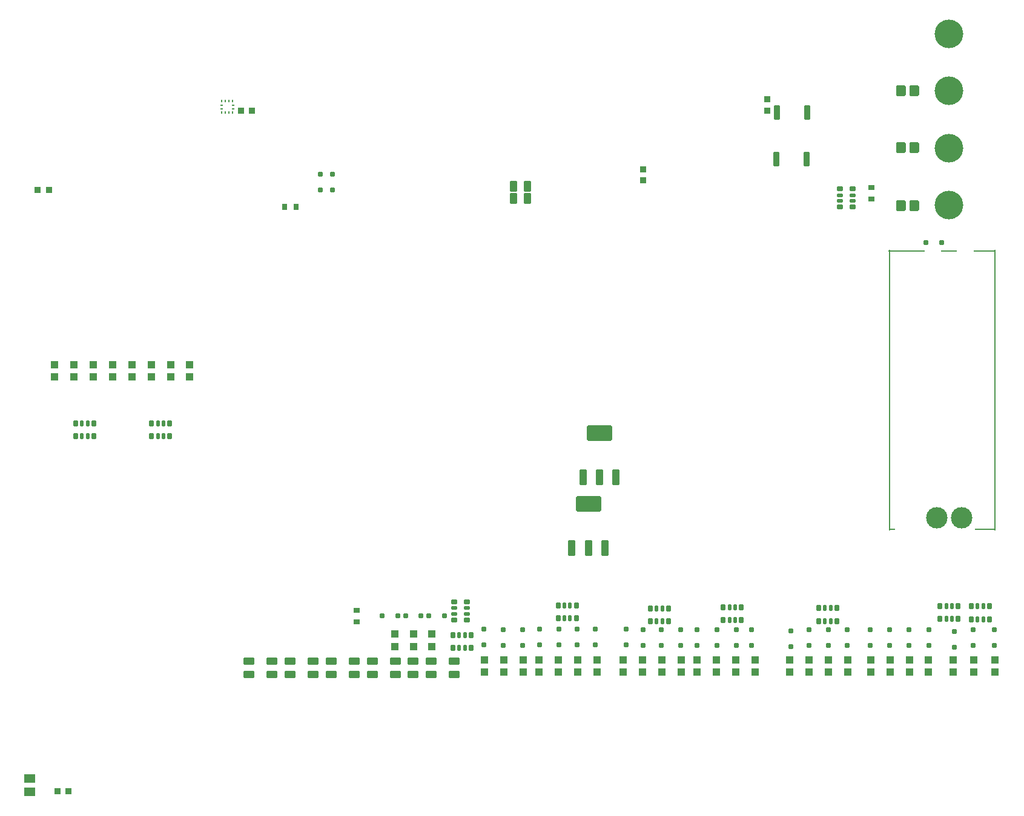
<source format=gtp>
G04*
G04 #@! TF.GenerationSoftware,Altium Limited,Altium Designer,20.2.7 (254)*
G04*
G04 Layer_Color=8421504*
%FSLAX25Y25*%
%MOIN*%
G70*
G04*
G04 #@! TF.SameCoordinates,A9B7F2BE-3737-4A3B-A59A-7B8716D397C9*
G04*
G04*
G04 #@! TF.FilePolarity,Positive*
G04*
G01*
G75*
G04:AMPARAMS|DCode=25|XSize=33.47mil|YSize=33.47mil|CornerRadius=3.35mil|HoleSize=0mil|Usage=FLASHONLY|Rotation=270.000|XOffset=0mil|YOffset=0mil|HoleType=Round|Shape=RoundedRectangle|*
%AMROUNDEDRECTD25*
21,1,0.03347,0.02677,0,0,270.0*
21,1,0.02677,0.03347,0,0,270.0*
1,1,0.00669,-0.01339,-0.01339*
1,1,0.00669,-0.01339,0.01339*
1,1,0.00669,0.01339,0.01339*
1,1,0.00669,0.01339,-0.01339*
%
%ADD25ROUNDEDRECTD25*%
G04:AMPARAMS|DCode=26|XSize=43.31mil|YSize=84.65mil|CornerRadius=4.33mil|HoleSize=0mil|Usage=FLASHONLY|Rotation=0.000|XOffset=0mil|YOffset=0mil|HoleType=Round|Shape=RoundedRectangle|*
%AMROUNDEDRECTD26*
21,1,0.04331,0.07598,0,0,0.0*
21,1,0.03465,0.08465,0,0,0.0*
1,1,0.00866,0.01732,-0.03799*
1,1,0.00866,-0.01732,-0.03799*
1,1,0.00866,-0.01732,0.03799*
1,1,0.00866,0.01732,0.03799*
%
%ADD26ROUNDEDRECTD26*%
G04:AMPARAMS|DCode=27|XSize=43.31mil|YSize=84.65mil|CornerRadius=4.33mil|HoleSize=0mil|Usage=FLASHONLY|Rotation=0.000|XOffset=0mil|YOffset=0mil|HoleType=Round|Shape=RoundedRectangle|*
%AMROUNDEDRECTD27*
21,1,0.04331,0.07599,0,0,0.0*
21,1,0.03465,0.08465,0,0,0.0*
1,1,0.00866,0.01732,-0.03799*
1,1,0.00866,-0.01732,-0.03799*
1,1,0.00866,-0.01732,0.03799*
1,1,0.00866,0.01732,0.03799*
%
%ADD27ROUNDEDRECTD27*%
G04:AMPARAMS|DCode=28|XSize=137.8mil|YSize=84.65mil|CornerRadius=8.47mil|HoleSize=0mil|Usage=FLASHONLY|Rotation=0.000|XOffset=0mil|YOffset=0mil|HoleType=Round|Shape=RoundedRectangle|*
%AMROUNDEDRECTD28*
21,1,0.13780,0.06772,0,0,0.0*
21,1,0.12087,0.08465,0,0,0.0*
1,1,0.01693,0.06043,-0.03386*
1,1,0.01693,-0.06043,-0.03386*
1,1,0.01693,-0.06043,0.03386*
1,1,0.01693,0.06043,0.03386*
%
%ADD28ROUNDEDRECTD28*%
G04:AMPARAMS|DCode=29|XSize=25.59mil|YSize=31.5mil|CornerRadius=2.56mil|HoleSize=0mil|Usage=FLASHONLY|Rotation=0.000|XOffset=0mil|YOffset=0mil|HoleType=Round|Shape=RoundedRectangle|*
%AMROUNDEDRECTD29*
21,1,0.02559,0.02638,0,0,0.0*
21,1,0.02047,0.03150,0,0,0.0*
1,1,0.00512,0.01024,-0.01319*
1,1,0.00512,-0.01024,-0.01319*
1,1,0.00512,-0.01024,0.01319*
1,1,0.00512,0.01024,0.01319*
%
%ADD29ROUNDEDRECTD29*%
G04:AMPARAMS|DCode=30|XSize=17.72mil|YSize=31.5mil|CornerRadius=1.77mil|HoleSize=0mil|Usage=FLASHONLY|Rotation=0.000|XOffset=0mil|YOffset=0mil|HoleType=Round|Shape=RoundedRectangle|*
%AMROUNDEDRECTD30*
21,1,0.01772,0.02795,0,0,0.0*
21,1,0.01417,0.03150,0,0,0.0*
1,1,0.00354,0.00709,-0.01398*
1,1,0.00354,-0.00709,-0.01398*
1,1,0.00354,-0.00709,0.01398*
1,1,0.00354,0.00709,0.01398*
%
%ADD30ROUNDEDRECTD30*%
G04:AMPARAMS|DCode=31|XSize=23.62mil|YSize=23.62mil|CornerRadius=2.36mil|HoleSize=0mil|Usage=FLASHONLY|Rotation=270.000|XOffset=0mil|YOffset=0mil|HoleType=Round|Shape=RoundedRectangle|*
%AMROUNDEDRECTD31*
21,1,0.02362,0.01890,0,0,270.0*
21,1,0.01890,0.02362,0,0,270.0*
1,1,0.00472,-0.00945,-0.00945*
1,1,0.00472,-0.00945,0.00945*
1,1,0.00472,0.00945,0.00945*
1,1,0.00472,0.00945,-0.00945*
%
%ADD31ROUNDEDRECTD31*%
G04:AMPARAMS|DCode=32|XSize=39.37mil|YSize=57.09mil|CornerRadius=3.94mil|HoleSize=0mil|Usage=FLASHONLY|Rotation=0.000|XOffset=0mil|YOffset=0mil|HoleType=Round|Shape=RoundedRectangle|*
%AMROUNDEDRECTD32*
21,1,0.03937,0.04921,0,0,0.0*
21,1,0.03150,0.05709,0,0,0.0*
1,1,0.00787,0.01575,-0.02461*
1,1,0.00787,-0.01575,-0.02461*
1,1,0.00787,-0.01575,0.02461*
1,1,0.00787,0.01575,0.02461*
%
%ADD32ROUNDEDRECTD32*%
G04:AMPARAMS|DCode=33|XSize=39.37mil|YSize=43.31mil|CornerRadius=3.94mil|HoleSize=0mil|Usage=FLASHONLY|Rotation=270.000|XOffset=0mil|YOffset=0mil|HoleType=Round|Shape=RoundedRectangle|*
%AMROUNDEDRECTD33*
21,1,0.03937,0.03543,0,0,270.0*
21,1,0.03150,0.04331,0,0,270.0*
1,1,0.00787,-0.01772,-0.01575*
1,1,0.00787,-0.01772,0.01575*
1,1,0.00787,0.01772,0.01575*
1,1,0.00787,0.01772,-0.01575*
%
%ADD33ROUNDEDRECTD33*%
G04:AMPARAMS|DCode=34|XSize=23.62mil|YSize=23.62mil|CornerRadius=2.36mil|HoleSize=0mil|Usage=FLASHONLY|Rotation=180.000|XOffset=0mil|YOffset=0mil|HoleType=Round|Shape=RoundedRectangle|*
%AMROUNDEDRECTD34*
21,1,0.02362,0.01890,0,0,180.0*
21,1,0.01890,0.02362,0,0,180.0*
1,1,0.00472,-0.00945,0.00945*
1,1,0.00472,0.00945,0.00945*
1,1,0.00472,0.00945,-0.00945*
1,1,0.00472,-0.00945,-0.00945*
%
%ADD34ROUNDEDRECTD34*%
G04:AMPARAMS|DCode=35|XSize=27.56mil|YSize=36.22mil|CornerRadius=2.76mil|HoleSize=0mil|Usage=FLASHONLY|Rotation=180.000|XOffset=0mil|YOffset=0mil|HoleType=Round|Shape=RoundedRectangle|*
%AMROUNDEDRECTD35*
21,1,0.02756,0.03071,0,0,180.0*
21,1,0.02205,0.03622,0,0,180.0*
1,1,0.00551,-0.01102,0.01535*
1,1,0.00551,0.01102,0.01535*
1,1,0.00551,0.01102,-0.01535*
1,1,0.00551,-0.01102,-0.01535*
%
%ADD35ROUNDEDRECTD35*%
%ADD36R,0.03740X0.00984*%
%ADD37R,0.00984X1.54528*%
%ADD38R,0.08858X0.00984*%
%ADD39R,0.12205X0.00984*%
%ADD40R,0.19882X0.00984*%
%ADD41R,0.11614X0.00984*%
%ADD42C,0.11811*%
%ADD43R,0.05906X0.05118*%
G04:AMPARAMS|DCode=44|XSize=33.47mil|YSize=33.47mil|CornerRadius=3.35mil|HoleSize=0mil|Usage=FLASHONLY|Rotation=0.000|XOffset=0mil|YOffset=0mil|HoleType=Round|Shape=RoundedRectangle|*
%AMROUNDEDRECTD44*
21,1,0.03347,0.02677,0,0,0.0*
21,1,0.02677,0.03347,0,0,0.0*
1,1,0.00669,0.01339,-0.01339*
1,1,0.00669,-0.01339,-0.01339*
1,1,0.00669,-0.01339,0.01339*
1,1,0.00669,0.01339,0.01339*
%
%ADD44ROUNDEDRECTD44*%
G04:AMPARAMS|DCode=45|XSize=27.56mil|YSize=36.22mil|CornerRadius=2.76mil|HoleSize=0mil|Usage=FLASHONLY|Rotation=270.000|XOffset=0mil|YOffset=0mil|HoleType=Round|Shape=RoundedRectangle|*
%AMROUNDEDRECTD45*
21,1,0.02756,0.03071,0,0,270.0*
21,1,0.02205,0.03622,0,0,270.0*
1,1,0.00551,-0.01535,-0.01102*
1,1,0.00551,-0.01535,0.01102*
1,1,0.00551,0.01535,0.01102*
1,1,0.00551,0.01535,-0.01102*
%
%ADD45ROUNDEDRECTD45*%
%ADD46R,0.00984X0.01378*%
%ADD47R,0.01378X0.00984*%
G04:AMPARAMS|DCode=48|XSize=31.5mil|YSize=78.74mil|CornerRadius=3.15mil|HoleSize=0mil|Usage=FLASHONLY|Rotation=0.000|XOffset=0mil|YOffset=0mil|HoleType=Round|Shape=RoundedRectangle|*
%AMROUNDEDRECTD48*
21,1,0.03150,0.07244,0,0,0.0*
21,1,0.02520,0.07874,0,0,0.0*
1,1,0.00630,0.01260,-0.03622*
1,1,0.00630,-0.01260,-0.03622*
1,1,0.00630,-0.01260,0.03622*
1,1,0.00630,0.01260,0.03622*
%
%ADD48ROUNDEDRECTD48*%
G04:AMPARAMS|DCode=49|XSize=51.18mil|YSize=59.06mil|CornerRadius=5.12mil|HoleSize=0mil|Usage=FLASHONLY|Rotation=0.000|XOffset=0mil|YOffset=0mil|HoleType=Round|Shape=RoundedRectangle|*
%AMROUNDEDRECTD49*
21,1,0.05118,0.04882,0,0,0.0*
21,1,0.04095,0.05906,0,0,0.0*
1,1,0.01024,0.02047,-0.02441*
1,1,0.01024,-0.02047,-0.02441*
1,1,0.01024,-0.02047,0.02441*
1,1,0.01024,0.02047,0.02441*
%
%ADD49ROUNDEDRECTD49*%
%ADD50C,0.15748*%
G04:AMPARAMS|DCode=51|XSize=39.37mil|YSize=57.09mil|CornerRadius=3.94mil|HoleSize=0mil|Usage=FLASHONLY|Rotation=90.000|XOffset=0mil|YOffset=0mil|HoleType=Round|Shape=RoundedRectangle|*
%AMROUNDEDRECTD51*
21,1,0.03937,0.04921,0,0,90.0*
21,1,0.03150,0.05709,0,0,90.0*
1,1,0.00787,0.02461,0.01575*
1,1,0.00787,0.02461,-0.01575*
1,1,0.00787,-0.02461,-0.01575*
1,1,0.00787,-0.02461,0.01575*
%
%ADD51ROUNDEDRECTD51*%
G04:AMPARAMS|DCode=52|XSize=25.59mil|YSize=31.5mil|CornerRadius=2.56mil|HoleSize=0mil|Usage=FLASHONLY|Rotation=270.000|XOffset=0mil|YOffset=0mil|HoleType=Round|Shape=RoundedRectangle|*
%AMROUNDEDRECTD52*
21,1,0.02559,0.02638,0,0,270.0*
21,1,0.02047,0.03150,0,0,270.0*
1,1,0.00512,-0.01319,-0.01024*
1,1,0.00512,-0.01319,0.01024*
1,1,0.00512,0.01319,0.01024*
1,1,0.00512,0.01319,-0.01024*
%
%ADD52ROUNDEDRECTD52*%
G04:AMPARAMS|DCode=53|XSize=17.72mil|YSize=31.5mil|CornerRadius=1.77mil|HoleSize=0mil|Usage=FLASHONLY|Rotation=270.000|XOffset=0mil|YOffset=0mil|HoleType=Round|Shape=RoundedRectangle|*
%AMROUNDEDRECTD53*
21,1,0.01772,0.02795,0,0,270.0*
21,1,0.01417,0.03150,0,0,270.0*
1,1,0.00354,-0.01398,-0.00709*
1,1,0.00354,-0.01398,0.00709*
1,1,0.00354,0.01398,0.00709*
1,1,0.00354,0.01398,-0.00709*
%
%ADD53ROUNDEDRECTD53*%
D25*
X394882Y420118D02*
D03*
Y426339D02*
D03*
X463484Y458701D02*
D03*
Y464921D02*
D03*
D26*
X362008Y256594D02*
D03*
X380118D02*
D03*
X355807Y217618D02*
D03*
X373917D02*
D03*
D27*
X371063Y256594D02*
D03*
X364862Y217618D02*
D03*
D28*
X371063Y281004D02*
D03*
X364862Y242028D02*
D03*
D29*
X491634Y177362D02*
D03*
Y184449D02*
D03*
X501673D02*
D03*
Y177362D02*
D03*
X92714Y286164D02*
D03*
Y279078D02*
D03*
X82675D02*
D03*
Y286164D02*
D03*
X124407D02*
D03*
Y279078D02*
D03*
X134447D02*
D03*
Y286164D02*
D03*
X408957Y177264D02*
D03*
Y184350D02*
D03*
X398917D02*
D03*
Y177264D02*
D03*
X449114Y177953D02*
D03*
Y185039D02*
D03*
X439075D02*
D03*
Y177953D02*
D03*
X358268Y178740D02*
D03*
Y185827D02*
D03*
X348228D02*
D03*
Y178740D02*
D03*
X568504Y178543D02*
D03*
Y185630D02*
D03*
X558465D02*
D03*
Y178543D02*
D03*
X575591Y178347D02*
D03*
Y185433D02*
D03*
X585630D02*
D03*
Y178347D02*
D03*
X300394Y169488D02*
D03*
Y162402D02*
D03*
X290354D02*
D03*
Y169488D02*
D03*
D30*
X495079Y177362D02*
D03*
X498228D02*
D03*
Y184449D02*
D03*
X495079D02*
D03*
X89269Y286164D02*
D03*
X86120D02*
D03*
Y279078D02*
D03*
X89269D02*
D03*
X131002D02*
D03*
X127852D02*
D03*
Y286164D02*
D03*
X131002D02*
D03*
X402362Y184350D02*
D03*
X405512D02*
D03*
Y177264D02*
D03*
X402362D02*
D03*
X442520Y185039D02*
D03*
X445669D02*
D03*
Y177953D02*
D03*
X442520D02*
D03*
X351673Y185827D02*
D03*
X354823D02*
D03*
Y178740D02*
D03*
X351673D02*
D03*
X561909Y185630D02*
D03*
X565059D02*
D03*
Y178543D02*
D03*
X561909D02*
D03*
X579035Y178347D02*
D03*
X582185D02*
D03*
Y185433D02*
D03*
X579035D02*
D03*
X296949Y169488D02*
D03*
X293799D02*
D03*
Y162402D02*
D03*
X296949D02*
D03*
D31*
X550787Y385827D02*
D03*
X559449D02*
D03*
X285827Y180216D02*
D03*
X277165D02*
D03*
X259842D02*
D03*
X251181D02*
D03*
X272835D02*
D03*
X264173D02*
D03*
D32*
X331201Y416929D02*
D03*
X323721D02*
D03*
X331201Y410138D02*
D03*
X323721D02*
D03*
D33*
X588583Y155905D02*
D03*
Y149213D02*
D03*
X278543Y163386D02*
D03*
Y170079D02*
D03*
X71061Y311854D02*
D03*
Y318546D02*
D03*
X81691Y311854D02*
D03*
Y318546D02*
D03*
X92321Y311854D02*
D03*
Y318546D02*
D03*
X102950Y311854D02*
D03*
Y318546D02*
D03*
X113580Y311854D02*
D03*
Y318546D02*
D03*
X124210Y311854D02*
D03*
Y318546D02*
D03*
X134840Y311854D02*
D03*
Y318546D02*
D03*
X145470Y311854D02*
D03*
Y318546D02*
D03*
X415945Y149213D02*
D03*
Y155905D02*
D03*
X405315Y149213D02*
D03*
Y155905D02*
D03*
X394685Y149213D02*
D03*
Y155905D02*
D03*
X384055Y149213D02*
D03*
Y155905D02*
D03*
X348327Y149213D02*
D03*
Y155905D02*
D03*
X424803Y149213D02*
D03*
Y155905D02*
D03*
X358957Y149213D02*
D03*
Y155905D02*
D03*
X435433Y149213D02*
D03*
Y155905D02*
D03*
X456693Y149213D02*
D03*
Y155905D02*
D03*
X446063Y149213D02*
D03*
Y155905D02*
D03*
X337697Y149213D02*
D03*
Y155905D02*
D03*
X369587Y149213D02*
D03*
Y155905D02*
D03*
X552165Y155905D02*
D03*
Y149213D02*
D03*
X541536Y155905D02*
D03*
Y149213D02*
D03*
X530906Y155905D02*
D03*
Y149213D02*
D03*
X520276Y155905D02*
D03*
Y149213D02*
D03*
X475787Y155905D02*
D03*
Y149213D02*
D03*
X486417Y155905D02*
D03*
Y149213D02*
D03*
X497047Y155905D02*
D03*
Y149213D02*
D03*
X507677Y155905D02*
D03*
Y149213D02*
D03*
X565551Y155905D02*
D03*
Y149213D02*
D03*
X307677Y155905D02*
D03*
Y149213D02*
D03*
X576958Y155905D02*
D03*
Y149213D02*
D03*
X318307Y155905D02*
D03*
Y149213D02*
D03*
X328937Y155905D02*
D03*
Y149213D02*
D03*
X258465Y163386D02*
D03*
Y170079D02*
D03*
X268701Y163386D02*
D03*
Y170079D02*
D03*
D34*
X217421Y414862D02*
D03*
Y423524D02*
D03*
X224016Y414862D02*
D03*
Y423524D02*
D03*
X454528Y172441D02*
D03*
Y163779D02*
D03*
X348524Y172835D02*
D03*
Y164173D02*
D03*
X435630Y172441D02*
D03*
Y163779D02*
D03*
X405118Y172441D02*
D03*
Y163779D02*
D03*
X415748Y172441D02*
D03*
Y163779D02*
D03*
X394882Y172441D02*
D03*
Y163779D02*
D03*
X424606Y172441D02*
D03*
Y163779D02*
D03*
X368701Y172933D02*
D03*
Y164272D02*
D03*
X358760Y172835D02*
D03*
Y164173D02*
D03*
X337894Y172835D02*
D03*
Y164173D02*
D03*
X385827Y172933D02*
D03*
Y164272D02*
D03*
X446260Y172441D02*
D03*
Y163779D02*
D03*
X552362Y163779D02*
D03*
Y172441D02*
D03*
X541339Y163779D02*
D03*
Y172441D02*
D03*
X530709Y163779D02*
D03*
Y172441D02*
D03*
X520079Y163779D02*
D03*
Y172441D02*
D03*
X476378Y163386D02*
D03*
Y172047D02*
D03*
X486221Y163779D02*
D03*
Y172441D02*
D03*
X496850Y163779D02*
D03*
Y172441D02*
D03*
X507480Y163779D02*
D03*
Y172441D02*
D03*
X566437Y162992D02*
D03*
Y171653D02*
D03*
X307480Y164173D02*
D03*
Y172835D02*
D03*
X576772Y163779D02*
D03*
Y172441D02*
D03*
X318110Y163779D02*
D03*
Y172441D02*
D03*
X588386Y163779D02*
D03*
Y172441D02*
D03*
X328740Y163976D02*
D03*
Y172638D02*
D03*
D35*
X204134Y405709D02*
D03*
X197835D02*
D03*
D36*
X531988Y227756D02*
D03*
D37*
X530610Y304528D02*
D03*
X588681D02*
D03*
D38*
X563484Y381299D02*
D03*
D39*
X583071D02*
D03*
D40*
X540059D02*
D03*
D41*
X583366Y227756D02*
D03*
D42*
X570472Y234154D02*
D03*
X556693D02*
D03*
D43*
X57382Y90650D02*
D03*
Y83169D02*
D03*
D44*
X78799Y83563D02*
D03*
X72579D02*
D03*
X173560Y458698D02*
D03*
X179780D02*
D03*
X61654Y414764D02*
D03*
X67874D02*
D03*
D45*
X520571Y416240D02*
D03*
Y409941D02*
D03*
X237402Y176772D02*
D03*
Y183071D02*
D03*
D46*
X167104Y463762D02*
D03*
X165136D02*
D03*
X169073D02*
D03*
X163167D02*
D03*
X169073Y457463D02*
D03*
X167104D02*
D03*
X165136D02*
D03*
X163167D02*
D03*
D47*
X169270Y461596D02*
D03*
Y459628D02*
D03*
X162971D02*
D03*
Y461596D02*
D03*
D48*
X485236Y457579D02*
D03*
X468701D02*
D03*
X485039Y431988D02*
D03*
X468504D02*
D03*
D49*
X544488Y469488D02*
D03*
X537008D02*
D03*
Y406398D02*
D03*
X544488D02*
D03*
Y438268D02*
D03*
X537008D02*
D03*
D50*
X563189Y500984D02*
D03*
Y406496D02*
D03*
Y437992D02*
D03*
Y469488D02*
D03*
D51*
X258661Y155315D02*
D03*
Y147835D02*
D03*
X190748Y155315D02*
D03*
Y147835D02*
D03*
X200591Y155315D02*
D03*
Y147835D02*
D03*
X291142D02*
D03*
Y155315D02*
D03*
X245866Y147835D02*
D03*
Y155315D02*
D03*
X236024Y147835D02*
D03*
Y155315D02*
D03*
X223228Y147835D02*
D03*
Y155315D02*
D03*
X213386Y147835D02*
D03*
Y155315D02*
D03*
X177953Y147835D02*
D03*
Y155315D02*
D03*
X278346D02*
D03*
Y147835D02*
D03*
X268504Y155315D02*
D03*
Y147835D02*
D03*
D52*
X290945Y187894D02*
D03*
X298031D02*
D03*
Y177854D02*
D03*
X290945D02*
D03*
X510433Y415453D02*
D03*
X503346D02*
D03*
Y405413D02*
D03*
X510433D02*
D03*
D53*
X290945Y184449D02*
D03*
Y181299D02*
D03*
X298031D02*
D03*
Y184449D02*
D03*
X503346Y408858D02*
D03*
Y412008D02*
D03*
X510433D02*
D03*
Y408858D02*
D03*
M02*

</source>
